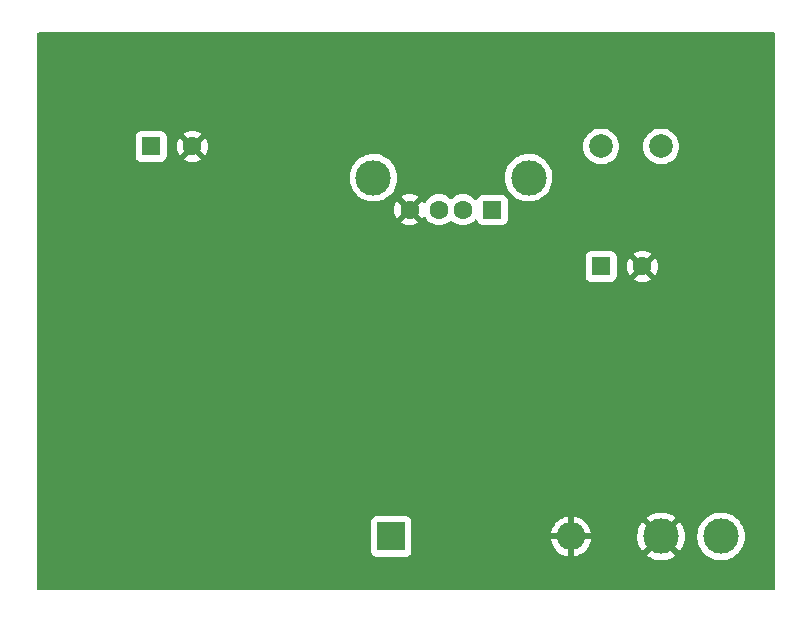
<source format=gbr>
%TF.GenerationSoftware,KiCad,Pcbnew,(6.0.4-0)*%
%TF.CreationDate,2022-06-08T11:17:20-07:00*%
%TF.ProjectId,DC_To_DC_Converter,44435f54-6f5f-4444-935f-436f6e766572,rev?*%
%TF.SameCoordinates,Original*%
%TF.FileFunction,Copper,L2,Bot*%
%TF.FilePolarity,Positive*%
%FSLAX46Y46*%
G04 Gerber Fmt 4.6, Leading zero omitted, Abs format (unit mm)*
G04 Created by KiCad (PCBNEW (6.0.4-0)) date 2022-06-08 11:17:20*
%MOMM*%
%LPD*%
G01*
G04 APERTURE LIST*
%TA.AperFunction,ComponentPad*%
%ADD10R,1.600000X1.600000*%
%TD*%
%TA.AperFunction,ComponentPad*%
%ADD11C,1.600000*%
%TD*%
%TA.AperFunction,ComponentPad*%
%ADD12C,2.000000*%
%TD*%
%TA.AperFunction,ComponentPad*%
%ADD13C,3.000000*%
%TD*%
%TA.AperFunction,ComponentPad*%
%ADD14R,2.400000X2.400000*%
%TD*%
%TA.AperFunction,ComponentPad*%
%ADD15O,2.400000X2.400000*%
%TD*%
%TA.AperFunction,ComponentPad*%
%ADD16R,1.600000X1.500000*%
%TD*%
G04 APERTURE END LIST*
D10*
%TO.P,C1,1*%
%TO.N,Net-(C1-Pad1)*%
X165100000Y-45720000D03*
D11*
%TO.P,C1,2*%
%TO.N,GND*%
X168600000Y-45720000D03*
%TD*%
D12*
%TO.P,FB1,1*%
%TO.N,Net-(FB1-Pad1)*%
X170180000Y-35560000D03*
%TO.P,FB1,2*%
%TO.N,Net-(C1-Pad1)*%
X165100000Y-35560000D03*
%TD*%
D13*
%TO.P,J1,1,Pin_1*%
%TO.N,Net-(FB1-Pad1)*%
X175260000Y-68580000D03*
%TO.P,J1,2,Pin_2*%
%TO.N,GND*%
X170180000Y-68580000D03*
%TD*%
D14*
%TO.P,D1,1,K*%
%TO.N,Net-(D1-Pad1)*%
X147320000Y-68580000D03*
D15*
%TO.P,D1,2,A*%
%TO.N,GND*%
X162560000Y-68580000D03*
%TD*%
D10*
%TO.P,C2,1*%
%TO.N,/5V*%
X127000000Y-35560000D03*
D11*
%TO.P,C2,2*%
%TO.N,GND*%
X130500000Y-35560000D03*
%TD*%
D16*
%TO.P,J2,1,VBUS*%
%TO.N,/5V*%
X155900000Y-40920000D03*
D11*
%TO.P,J2,2,D-*%
%TO.N,/2.75V*%
X153400000Y-40920000D03*
%TO.P,J2,3,D+*%
%TO.N,/2V*%
X151400000Y-40920000D03*
%TO.P,J2,4,GND*%
%TO.N,GND*%
X148900000Y-40920000D03*
D13*
%TO.P,J2,5,Shield*%
%TO.N,unconnected-(J2-Pad5)*%
X158970000Y-38210000D03*
X145830000Y-38210000D03*
%TD*%
%TA.AperFunction,Conductor*%
%TO.N,GND*%
G36*
X179773621Y-25928502D02*
G01*
X179820114Y-25982158D01*
X179831500Y-26034500D01*
X179831500Y-73025500D01*
X179811498Y-73093621D01*
X179757842Y-73140114D01*
X179705500Y-73151500D01*
X117474500Y-73151500D01*
X117406379Y-73131498D01*
X117359886Y-73077842D01*
X117348500Y-73025500D01*
X117348500Y-69828134D01*
X145611500Y-69828134D01*
X145618255Y-69890316D01*
X145669385Y-70026705D01*
X145756739Y-70143261D01*
X145873295Y-70230615D01*
X146009684Y-70281745D01*
X146071866Y-70288500D01*
X148568134Y-70288500D01*
X148630316Y-70281745D01*
X148766705Y-70230615D01*
X148883261Y-70143261D01*
X148970615Y-70026705D01*
X149021745Y-69890316D01*
X149028500Y-69828134D01*
X149028500Y-68853460D01*
X160872852Y-68853460D01*
X160908593Y-69033143D01*
X160911082Y-69042118D01*
X160993708Y-69272250D01*
X160997505Y-69280778D01*
X161113234Y-69496160D01*
X161118245Y-69504027D01*
X161264550Y-69699953D01*
X161270656Y-69706977D01*
X161444316Y-69879127D01*
X161451398Y-69885176D01*
X161648586Y-70029760D01*
X161656505Y-70034708D01*
X161872877Y-70148547D01*
X161881451Y-70152275D01*
X162112282Y-70232885D01*
X162121291Y-70235299D01*
X162288201Y-70266988D01*
X162301261Y-70265704D01*
X162305506Y-70252360D01*
X162814000Y-70252360D01*
X162818171Y-70266565D01*
X162830933Y-70268620D01*
X162867487Y-70264617D01*
X162876649Y-70262919D01*
X163113107Y-70200665D01*
X163121926Y-70197628D01*
X163187037Y-70169654D01*
X168955618Y-70169654D01*
X168962673Y-70179627D01*
X168993679Y-70205551D01*
X169000598Y-70210579D01*
X169225272Y-70351515D01*
X169232807Y-70355556D01*
X169474520Y-70464694D01*
X169482551Y-70467680D01*
X169736832Y-70543002D01*
X169745184Y-70544869D01*
X170007340Y-70584984D01*
X170015874Y-70585700D01*
X170281045Y-70589867D01*
X170289596Y-70589418D01*
X170552883Y-70557557D01*
X170561284Y-70555955D01*
X170817824Y-70488653D01*
X170825926Y-70485926D01*
X171070949Y-70384434D01*
X171078617Y-70380628D01*
X171307598Y-70246822D01*
X171314679Y-70242009D01*
X171394655Y-70179301D01*
X171403125Y-70167442D01*
X171396608Y-70155818D01*
X170192812Y-68952022D01*
X170178868Y-68944408D01*
X170177035Y-68944539D01*
X170170420Y-68948790D01*
X168962910Y-70156300D01*
X168955618Y-70169654D01*
X163187037Y-70169654D01*
X163346584Y-70101107D01*
X163354856Y-70096800D01*
X163562777Y-69968135D01*
X163570317Y-69962657D01*
X163756943Y-69804668D01*
X163763593Y-69798132D01*
X163924813Y-69614295D01*
X163930420Y-69606854D01*
X164062700Y-69401202D01*
X164067147Y-69393011D01*
X164167572Y-69170076D01*
X164170767Y-69161298D01*
X164237135Y-68925973D01*
X164238993Y-68916844D01*
X164247246Y-68851969D01*
X164244958Y-68837708D01*
X164231938Y-68834000D01*
X162832115Y-68834000D01*
X162816876Y-68838475D01*
X162815671Y-68839865D01*
X162814000Y-68847548D01*
X162814000Y-70252360D01*
X162305506Y-70252360D01*
X162306000Y-70250808D01*
X162306000Y-68852115D01*
X162301525Y-68836876D01*
X162300135Y-68835671D01*
X162292452Y-68834000D01*
X160887096Y-68834000D01*
X160874695Y-68837641D01*
X160872852Y-68853460D01*
X149028500Y-68853460D01*
X149028500Y-68563204D01*
X168167665Y-68563204D01*
X168182932Y-68827969D01*
X168184005Y-68836470D01*
X168235065Y-69096722D01*
X168237276Y-69104974D01*
X168323184Y-69355894D01*
X168326499Y-69363779D01*
X168445664Y-69600713D01*
X168450020Y-69608079D01*
X168579347Y-69796250D01*
X168589601Y-69804594D01*
X168603342Y-69797448D01*
X169807978Y-68592812D01*
X169814356Y-68581132D01*
X170544408Y-68581132D01*
X170544539Y-68582965D01*
X170548790Y-68589580D01*
X171755730Y-69796520D01*
X171767939Y-69803187D01*
X171779439Y-69794497D01*
X171876831Y-69661913D01*
X171881418Y-69654685D01*
X172007962Y-69421621D01*
X172011530Y-69413827D01*
X172105271Y-69165750D01*
X172107748Y-69157544D01*
X172166954Y-68899038D01*
X172168294Y-68890577D01*
X172192031Y-68624616D01*
X172192277Y-68619677D01*
X172192666Y-68582485D01*
X172192523Y-68577519D01*
X172191255Y-68558918D01*
X173246917Y-68558918D01*
X173262682Y-68832320D01*
X173263507Y-68836525D01*
X173263508Y-68836533D01*
X173284698Y-68944539D01*
X173315405Y-69101053D01*
X173316792Y-69105103D01*
X173316793Y-69105108D01*
X173337605Y-69165895D01*
X173404112Y-69360144D01*
X173527160Y-69604799D01*
X173529586Y-69608328D01*
X173529589Y-69608334D01*
X173658741Y-69796250D01*
X173682274Y-69830490D01*
X173866582Y-70033043D01*
X174076675Y-70208707D01*
X174080316Y-70210991D01*
X174305024Y-70351951D01*
X174305028Y-70351953D01*
X174308664Y-70354234D01*
X174376544Y-70384883D01*
X174554345Y-70465164D01*
X174554349Y-70465166D01*
X174558257Y-70466930D01*
X174562377Y-70468150D01*
X174562376Y-70468150D01*
X174816723Y-70543491D01*
X174816727Y-70543492D01*
X174820836Y-70544709D01*
X174825070Y-70545357D01*
X174825075Y-70545358D01*
X175087298Y-70585483D01*
X175087300Y-70585483D01*
X175091540Y-70586132D01*
X175230912Y-70588322D01*
X175361071Y-70590367D01*
X175361077Y-70590367D01*
X175365362Y-70590434D01*
X175637235Y-70557534D01*
X175902127Y-70488041D01*
X175906087Y-70486401D01*
X175906092Y-70486399D01*
X176028631Y-70435641D01*
X176155136Y-70383241D01*
X176327366Y-70282598D01*
X176387879Y-70247237D01*
X176387880Y-70247236D01*
X176391582Y-70245073D01*
X176607089Y-70076094D01*
X176648809Y-70033043D01*
X176731059Y-69948167D01*
X176797669Y-69879431D01*
X176800202Y-69875983D01*
X176800206Y-69875978D01*
X176957257Y-69662178D01*
X176959795Y-69658723D01*
X176961841Y-69654955D01*
X177088418Y-69421830D01*
X177088419Y-69421828D01*
X177090468Y-69418054D01*
X177187269Y-69161877D01*
X177248407Y-68894933D01*
X177252109Y-68853460D01*
X177272531Y-68624627D01*
X177272532Y-68624616D01*
X177272751Y-68622161D01*
X177273193Y-68580000D01*
X177271465Y-68554648D01*
X177254859Y-68311055D01*
X177254858Y-68311049D01*
X177254567Y-68306778D01*
X177199032Y-68038612D01*
X177107617Y-67780465D01*
X176982013Y-67537112D01*
X176972040Y-67522921D01*
X176903279Y-67425084D01*
X176824545Y-67313057D01*
X176657500Y-67133295D01*
X176641046Y-67115588D01*
X176641043Y-67115585D01*
X176638125Y-67112445D01*
X176634810Y-67109731D01*
X176634806Y-67109728D01*
X176429523Y-66941706D01*
X176426205Y-66938990D01*
X176192704Y-66795901D01*
X176188768Y-66794173D01*
X175945873Y-66687549D01*
X175945869Y-66687548D01*
X175941945Y-66685825D01*
X175678566Y-66610800D01*
X175674324Y-66610196D01*
X175674318Y-66610195D01*
X175473834Y-66581662D01*
X175407443Y-66572213D01*
X175263589Y-66571460D01*
X175137877Y-66570802D01*
X175137871Y-66570802D01*
X175133591Y-66570780D01*
X175129347Y-66571339D01*
X175129343Y-66571339D01*
X175010302Y-66587011D01*
X174862078Y-66606525D01*
X174857938Y-66607658D01*
X174857936Y-66607658D01*
X174785008Y-66627609D01*
X174597928Y-66678788D01*
X174593980Y-66680472D01*
X174349982Y-66784546D01*
X174349978Y-66784548D01*
X174346030Y-66786232D01*
X174326125Y-66798145D01*
X174114725Y-66924664D01*
X174114721Y-66924667D01*
X174111043Y-66926868D01*
X173897318Y-67098094D01*
X173708808Y-67296742D01*
X173549002Y-67519136D01*
X173420857Y-67761161D01*
X173419385Y-67765184D01*
X173419383Y-67765188D01*
X173412314Y-67784506D01*
X173326743Y-68018337D01*
X173268404Y-68285907D01*
X173246917Y-68558918D01*
X172191255Y-68558918D01*
X172174362Y-68311123D01*
X172173201Y-68302649D01*
X172119419Y-68042944D01*
X172117120Y-68034709D01*
X172028588Y-67784705D01*
X172025191Y-67776854D01*
X171903550Y-67541178D01*
X171899122Y-67533866D01*
X171780031Y-67364417D01*
X171769509Y-67356037D01*
X171756121Y-67363089D01*
X170552022Y-68567188D01*
X170544408Y-68581132D01*
X169814356Y-68581132D01*
X169815592Y-68578868D01*
X169815461Y-68577035D01*
X169811210Y-68570420D01*
X168603814Y-67363024D01*
X168591804Y-67356466D01*
X168580064Y-67365434D01*
X168471935Y-67515911D01*
X168467418Y-67523196D01*
X168343325Y-67757567D01*
X168339839Y-67765395D01*
X168248700Y-68014446D01*
X168246311Y-68022670D01*
X168189812Y-68281795D01*
X168188563Y-68290250D01*
X168167754Y-68554653D01*
X168167665Y-68563204D01*
X149028500Y-68563204D01*
X149028500Y-68307976D01*
X160870675Y-68307976D01*
X160873435Y-68322703D01*
X160885614Y-68326000D01*
X162287885Y-68326000D01*
X162303124Y-68321525D01*
X162304329Y-68320135D01*
X162306000Y-68312452D01*
X162306000Y-68307885D01*
X162814000Y-68307885D01*
X162818475Y-68323124D01*
X162819865Y-68324329D01*
X162827548Y-68326000D01*
X164235671Y-68326000D01*
X164249202Y-68322027D01*
X164250634Y-68312068D01*
X164198979Y-68083786D01*
X164196255Y-68074875D01*
X164107633Y-67846983D01*
X164103619Y-67838567D01*
X163982286Y-67626281D01*
X163977070Y-67618548D01*
X163825692Y-67426525D01*
X163819399Y-67419657D01*
X163641294Y-67252112D01*
X163634060Y-67246254D01*
X163433141Y-67106872D01*
X163425115Y-67102144D01*
X163205810Y-66993995D01*
X163202110Y-66992500D01*
X168956584Y-66992500D01*
X168962980Y-67003770D01*
X170167188Y-68207978D01*
X170181132Y-68215592D01*
X170182965Y-68215461D01*
X170189580Y-68211210D01*
X171396604Y-67004186D01*
X171403795Y-66991017D01*
X171396473Y-66980780D01*
X171349233Y-66942115D01*
X171342261Y-66937160D01*
X171116122Y-66798582D01*
X171108552Y-66794624D01*
X170865704Y-66688022D01*
X170857644Y-66685120D01*
X170602592Y-66612467D01*
X170594214Y-66610685D01*
X170331656Y-66573318D01*
X170323111Y-66572691D01*
X170057908Y-66571302D01*
X170049374Y-66571839D01*
X169786433Y-66606456D01*
X169778035Y-66608149D01*
X169522238Y-66678127D01*
X169514143Y-66680946D01*
X169270199Y-66784997D01*
X169262577Y-66788881D01*
X169035013Y-66925075D01*
X169027981Y-66929962D01*
X168965053Y-66980377D01*
X168956584Y-66992500D01*
X163202110Y-66992500D01*
X163197177Y-66990507D01*
X162964288Y-66915958D01*
X162955238Y-66913785D01*
X162831880Y-66893696D01*
X162818286Y-66895393D01*
X162814000Y-66909500D01*
X162814000Y-68307885D01*
X162306000Y-68307885D01*
X162306000Y-66908859D01*
X162301982Y-66895175D01*
X162288290Y-66893154D01*
X162208521Y-66904010D01*
X162199403Y-66905948D01*
X161964668Y-66974367D01*
X161955915Y-66977639D01*
X161733869Y-67080004D01*
X161725714Y-67084524D01*
X161521233Y-67218587D01*
X161513828Y-67224270D01*
X161331413Y-67387082D01*
X161324935Y-67393790D01*
X161168584Y-67581781D01*
X161163163Y-67589381D01*
X161036322Y-67798409D01*
X161032084Y-67806726D01*
X160937529Y-68032214D01*
X160934572Y-68041052D01*
X160874382Y-68278048D01*
X160872764Y-68287228D01*
X160870675Y-68307976D01*
X149028500Y-68307976D01*
X149028500Y-67331866D01*
X149021745Y-67269684D01*
X148970615Y-67133295D01*
X148883261Y-67016739D01*
X148766705Y-66929385D01*
X148630316Y-66878255D01*
X148568134Y-66871500D01*
X146071866Y-66871500D01*
X146009684Y-66878255D01*
X145873295Y-66929385D01*
X145756739Y-67016739D01*
X145669385Y-67133295D01*
X145618255Y-67269684D01*
X145611500Y-67331866D01*
X145611500Y-69828134D01*
X117348500Y-69828134D01*
X117348500Y-46568134D01*
X163791500Y-46568134D01*
X163798255Y-46630316D01*
X163849385Y-46766705D01*
X163936739Y-46883261D01*
X164053295Y-46970615D01*
X164189684Y-47021745D01*
X164251866Y-47028500D01*
X165948134Y-47028500D01*
X166010316Y-47021745D01*
X166146705Y-46970615D01*
X166263261Y-46883261D01*
X166321119Y-46806062D01*
X167878493Y-46806062D01*
X167887789Y-46818077D01*
X167938994Y-46853931D01*
X167948489Y-46859414D01*
X168145947Y-46951490D01*
X168156239Y-46955236D01*
X168366688Y-47011625D01*
X168377481Y-47013528D01*
X168594525Y-47032517D01*
X168605475Y-47032517D01*
X168822519Y-47013528D01*
X168833312Y-47011625D01*
X169043761Y-46955236D01*
X169054053Y-46951490D01*
X169251511Y-46859414D01*
X169261006Y-46853931D01*
X169313048Y-46817491D01*
X169321424Y-46807012D01*
X169314356Y-46793566D01*
X168612812Y-46092022D01*
X168598868Y-46084408D01*
X168597035Y-46084539D01*
X168590420Y-46088790D01*
X167884923Y-46794287D01*
X167878493Y-46806062D01*
X166321119Y-46806062D01*
X166350615Y-46766705D01*
X166401745Y-46630316D01*
X166408500Y-46568134D01*
X166408500Y-45725475D01*
X167287483Y-45725475D01*
X167306472Y-45942519D01*
X167308375Y-45953312D01*
X167364764Y-46163761D01*
X167368510Y-46174053D01*
X167460586Y-46371511D01*
X167466069Y-46381006D01*
X167502509Y-46433048D01*
X167512988Y-46441424D01*
X167526434Y-46434356D01*
X168227978Y-45732812D01*
X168234356Y-45721132D01*
X168964408Y-45721132D01*
X168964539Y-45722965D01*
X168968790Y-45729580D01*
X169674287Y-46435077D01*
X169686062Y-46441507D01*
X169698077Y-46432211D01*
X169733931Y-46381006D01*
X169739414Y-46371511D01*
X169831490Y-46174053D01*
X169835236Y-46163761D01*
X169891625Y-45953312D01*
X169893528Y-45942519D01*
X169912517Y-45725475D01*
X169912517Y-45714525D01*
X169893528Y-45497481D01*
X169891625Y-45486688D01*
X169835236Y-45276239D01*
X169831490Y-45265947D01*
X169739414Y-45068489D01*
X169733931Y-45058994D01*
X169697491Y-45006952D01*
X169687012Y-44998576D01*
X169673566Y-45005644D01*
X168972022Y-45707188D01*
X168964408Y-45721132D01*
X168234356Y-45721132D01*
X168235592Y-45718868D01*
X168235461Y-45717035D01*
X168231210Y-45710420D01*
X167525713Y-45004923D01*
X167513938Y-44998493D01*
X167501923Y-45007789D01*
X167466069Y-45058994D01*
X167460586Y-45068489D01*
X167368510Y-45265947D01*
X167364764Y-45276239D01*
X167308375Y-45486688D01*
X167306472Y-45497481D01*
X167287483Y-45714525D01*
X167287483Y-45725475D01*
X166408500Y-45725475D01*
X166408500Y-44871866D01*
X166401745Y-44809684D01*
X166350615Y-44673295D01*
X166320407Y-44632988D01*
X167878576Y-44632988D01*
X167885644Y-44646434D01*
X168587188Y-45347978D01*
X168601132Y-45355592D01*
X168602965Y-45355461D01*
X168609580Y-45351210D01*
X169315077Y-44645713D01*
X169321507Y-44633938D01*
X169312211Y-44621923D01*
X169261006Y-44586069D01*
X169251511Y-44580586D01*
X169054053Y-44488510D01*
X169043761Y-44484764D01*
X168833312Y-44428375D01*
X168822519Y-44426472D01*
X168605475Y-44407483D01*
X168594525Y-44407483D01*
X168377481Y-44426472D01*
X168366688Y-44428375D01*
X168156239Y-44484764D01*
X168145947Y-44488510D01*
X167948489Y-44580586D01*
X167938994Y-44586069D01*
X167886952Y-44622509D01*
X167878576Y-44632988D01*
X166320407Y-44632988D01*
X166263261Y-44556739D01*
X166146705Y-44469385D01*
X166010316Y-44418255D01*
X165948134Y-44411500D01*
X164251866Y-44411500D01*
X164189684Y-44418255D01*
X164053295Y-44469385D01*
X163936739Y-44556739D01*
X163849385Y-44673295D01*
X163798255Y-44809684D01*
X163791500Y-44871866D01*
X163791500Y-46568134D01*
X117348500Y-46568134D01*
X117348500Y-42006062D01*
X148178493Y-42006062D01*
X148187789Y-42018077D01*
X148238994Y-42053931D01*
X148248489Y-42059414D01*
X148445947Y-42151490D01*
X148456239Y-42155236D01*
X148666688Y-42211625D01*
X148677481Y-42213528D01*
X148894525Y-42232517D01*
X148905475Y-42232517D01*
X149122519Y-42213528D01*
X149133312Y-42211625D01*
X149343761Y-42155236D01*
X149354053Y-42151490D01*
X149551511Y-42059414D01*
X149561006Y-42053931D01*
X149613048Y-42017491D01*
X149621424Y-42007012D01*
X149614356Y-41993566D01*
X148912812Y-41292022D01*
X148898868Y-41284408D01*
X148897035Y-41284539D01*
X148890420Y-41288790D01*
X148184923Y-41994287D01*
X148178493Y-42006062D01*
X117348500Y-42006062D01*
X117348500Y-40925475D01*
X147587483Y-40925475D01*
X147606472Y-41142519D01*
X147608375Y-41153312D01*
X147664764Y-41363761D01*
X147668510Y-41374053D01*
X147760586Y-41571511D01*
X147766069Y-41581006D01*
X147802509Y-41633048D01*
X147812988Y-41641424D01*
X147826434Y-41634356D01*
X148527978Y-40932812D01*
X148534356Y-40921132D01*
X149264408Y-40921132D01*
X149264539Y-40922965D01*
X149268790Y-40929580D01*
X149974287Y-41635077D01*
X149986062Y-41641507D01*
X149998077Y-41632211D01*
X150033934Y-41581002D01*
X150040591Y-41569472D01*
X150091973Y-41520479D01*
X150161687Y-41507042D01*
X150227598Y-41533429D01*
X150258829Y-41569472D01*
X150260153Y-41571765D01*
X150262477Y-41576749D01*
X150265631Y-41581253D01*
X150359084Y-41714717D01*
X150393802Y-41764300D01*
X150555700Y-41926198D01*
X150560208Y-41929355D01*
X150560211Y-41929357D01*
X150638389Y-41984098D01*
X150743251Y-42057523D01*
X150748233Y-42059846D01*
X150748238Y-42059849D01*
X150944765Y-42151490D01*
X150950757Y-42154284D01*
X150956065Y-42155706D01*
X150956067Y-42155707D01*
X151166598Y-42212119D01*
X151166600Y-42212119D01*
X151171913Y-42213543D01*
X151400000Y-42233498D01*
X151628087Y-42213543D01*
X151633400Y-42212119D01*
X151633402Y-42212119D01*
X151843933Y-42155707D01*
X151843935Y-42155706D01*
X151849243Y-42154284D01*
X151855235Y-42151490D01*
X152051762Y-42059849D01*
X152051767Y-42059846D01*
X152056749Y-42057523D01*
X152161611Y-41984098D01*
X152239789Y-41929357D01*
X152239792Y-41929355D01*
X152244300Y-41926198D01*
X152310905Y-41859593D01*
X152373217Y-41825567D01*
X152444032Y-41830632D01*
X152489095Y-41859593D01*
X152555700Y-41926198D01*
X152560208Y-41929355D01*
X152560211Y-41929357D01*
X152638389Y-41984098D01*
X152743251Y-42057523D01*
X152748233Y-42059846D01*
X152748238Y-42059849D01*
X152944765Y-42151490D01*
X152950757Y-42154284D01*
X152956065Y-42155706D01*
X152956067Y-42155707D01*
X153166598Y-42212119D01*
X153166600Y-42212119D01*
X153171913Y-42213543D01*
X153400000Y-42233498D01*
X153628087Y-42213543D01*
X153633400Y-42212119D01*
X153633402Y-42212119D01*
X153843933Y-42155707D01*
X153843935Y-42155706D01*
X153849243Y-42154284D01*
X153855235Y-42151490D01*
X154051762Y-42059849D01*
X154051767Y-42059846D01*
X154056749Y-42057523D01*
X154161611Y-41984098D01*
X154239789Y-41929357D01*
X154239792Y-41929355D01*
X154244300Y-41926198D01*
X154403140Y-41767358D01*
X154465452Y-41733332D01*
X154536267Y-41738397D01*
X154593103Y-41780944D01*
X154610216Y-41812223D01*
X154649385Y-41916705D01*
X154736739Y-42033261D01*
X154853295Y-42120615D01*
X154989684Y-42171745D01*
X155051866Y-42178500D01*
X156748134Y-42178500D01*
X156810316Y-42171745D01*
X156946705Y-42120615D01*
X157063261Y-42033261D01*
X157150615Y-41916705D01*
X157201745Y-41780316D01*
X157208500Y-41718134D01*
X157208500Y-40121866D01*
X157208085Y-40118041D01*
X157207815Y-40115560D01*
X157201745Y-40059684D01*
X157150615Y-39923295D01*
X157063261Y-39806739D01*
X156946705Y-39719385D01*
X156810316Y-39668255D01*
X156748134Y-39661500D01*
X155051866Y-39661500D01*
X154989684Y-39668255D01*
X154853295Y-39719385D01*
X154736739Y-39806739D01*
X154649385Y-39923295D01*
X154646233Y-39931703D01*
X154646232Y-39931705D01*
X154610217Y-40027776D01*
X154567576Y-40084541D01*
X154501015Y-40109241D01*
X154431666Y-40094034D01*
X154403140Y-40072642D01*
X154244300Y-39913802D01*
X154239792Y-39910645D01*
X154239789Y-39910643D01*
X154140315Y-39840991D01*
X154056749Y-39782477D01*
X154051767Y-39780154D01*
X154051762Y-39780151D01*
X153854225Y-39688039D01*
X153854224Y-39688039D01*
X153849243Y-39685716D01*
X153843935Y-39684294D01*
X153843933Y-39684293D01*
X153633402Y-39627881D01*
X153633400Y-39627881D01*
X153628087Y-39626457D01*
X153400000Y-39606502D01*
X153171913Y-39626457D01*
X153166600Y-39627881D01*
X153166598Y-39627881D01*
X152956067Y-39684293D01*
X152956065Y-39684294D01*
X152950757Y-39685716D01*
X152945776Y-39688039D01*
X152945775Y-39688039D01*
X152748238Y-39780151D01*
X152748233Y-39780154D01*
X152743251Y-39782477D01*
X152659685Y-39840991D01*
X152560211Y-39910643D01*
X152560208Y-39910645D01*
X152555700Y-39913802D01*
X152489095Y-39980407D01*
X152426783Y-40014433D01*
X152355968Y-40009368D01*
X152310905Y-39980407D01*
X152244300Y-39913802D01*
X152239792Y-39910645D01*
X152239789Y-39910643D01*
X152140315Y-39840991D01*
X152056749Y-39782477D01*
X152051767Y-39780154D01*
X152051762Y-39780151D01*
X151854225Y-39688039D01*
X151854224Y-39688039D01*
X151849243Y-39685716D01*
X151843935Y-39684294D01*
X151843933Y-39684293D01*
X151633402Y-39627881D01*
X151633400Y-39627881D01*
X151628087Y-39626457D01*
X151400000Y-39606502D01*
X151171913Y-39626457D01*
X151166600Y-39627881D01*
X151166598Y-39627881D01*
X150956067Y-39684293D01*
X150956065Y-39684294D01*
X150950757Y-39685716D01*
X150945776Y-39688039D01*
X150945775Y-39688039D01*
X150748238Y-39780151D01*
X150748233Y-39780154D01*
X150743251Y-39782477D01*
X150659685Y-39840991D01*
X150560211Y-39910643D01*
X150560208Y-39910645D01*
X150555700Y-39913802D01*
X150393802Y-40075700D01*
X150390645Y-40080208D01*
X150390643Y-40080211D01*
X150318056Y-40183876D01*
X150262477Y-40263251D01*
X150260153Y-40268235D01*
X150258829Y-40270528D01*
X150207447Y-40319521D01*
X150137733Y-40332957D01*
X150071822Y-40306571D01*
X150040591Y-40270528D01*
X150033934Y-40258998D01*
X149997491Y-40206952D01*
X149987012Y-40198576D01*
X149973566Y-40205644D01*
X149272022Y-40907188D01*
X149264408Y-40921132D01*
X148534356Y-40921132D01*
X148535592Y-40918868D01*
X148535461Y-40917035D01*
X148531210Y-40910420D01*
X147825713Y-40204923D01*
X147813938Y-40198493D01*
X147801923Y-40207789D01*
X147766069Y-40258994D01*
X147760586Y-40268489D01*
X147668510Y-40465947D01*
X147664764Y-40476239D01*
X147608375Y-40686688D01*
X147606472Y-40697481D01*
X147587483Y-40914525D01*
X147587483Y-40925475D01*
X117348500Y-40925475D01*
X117348500Y-38188918D01*
X143816917Y-38188918D01*
X143832682Y-38462320D01*
X143833507Y-38466525D01*
X143833508Y-38466533D01*
X143844127Y-38520657D01*
X143885405Y-38731053D01*
X143886792Y-38735103D01*
X143886793Y-38735108D01*
X143907605Y-38795895D01*
X143974112Y-38990144D01*
X144097160Y-39234799D01*
X144099586Y-39238328D01*
X144099589Y-39238334D01*
X144249843Y-39456953D01*
X144252274Y-39460490D01*
X144255161Y-39463663D01*
X144255162Y-39463664D01*
X144402856Y-39625978D01*
X144436582Y-39663043D01*
X144439877Y-39665798D01*
X144439878Y-39665799D01*
X144446133Y-39671029D01*
X144646675Y-39838707D01*
X144650316Y-39840991D01*
X144875024Y-39981951D01*
X144875028Y-39981953D01*
X144878664Y-39984234D01*
X145003461Y-40040582D01*
X145124345Y-40095164D01*
X145124349Y-40095166D01*
X145128257Y-40096930D01*
X145191393Y-40115632D01*
X145386723Y-40173491D01*
X145386727Y-40173492D01*
X145390836Y-40174709D01*
X145395070Y-40175357D01*
X145395075Y-40175358D01*
X145657298Y-40215483D01*
X145657300Y-40215483D01*
X145661540Y-40216132D01*
X145800912Y-40218322D01*
X145931071Y-40220367D01*
X145931077Y-40220367D01*
X145935362Y-40220434D01*
X146207235Y-40187534D01*
X146472127Y-40118041D01*
X146476087Y-40116401D01*
X146476092Y-40116399D01*
X146613013Y-40059684D01*
X146725136Y-40013241D01*
X146961582Y-39875073D01*
X147015255Y-39832988D01*
X148178576Y-39832988D01*
X148185644Y-39846434D01*
X148887188Y-40547978D01*
X148901132Y-40555592D01*
X148902965Y-40555461D01*
X148909580Y-40551210D01*
X149615077Y-39845713D01*
X149621507Y-39833938D01*
X149612211Y-39821923D01*
X149561006Y-39786069D01*
X149551511Y-39780586D01*
X149354053Y-39688510D01*
X149343761Y-39684764D01*
X149133312Y-39628375D01*
X149122519Y-39626472D01*
X148905475Y-39607483D01*
X148894525Y-39607483D01*
X148677481Y-39626472D01*
X148666688Y-39628375D01*
X148456239Y-39684764D01*
X148445947Y-39688510D01*
X148248489Y-39780586D01*
X148238994Y-39786069D01*
X148186952Y-39822509D01*
X148178576Y-39832988D01*
X147015255Y-39832988D01*
X147177089Y-39706094D01*
X147197760Y-39684764D01*
X147364686Y-39512509D01*
X147367669Y-39509431D01*
X147370202Y-39505983D01*
X147370206Y-39505978D01*
X147527257Y-39292178D01*
X147529795Y-39288723D01*
X147557154Y-39238334D01*
X147658418Y-39051830D01*
X147658419Y-39051828D01*
X147660468Y-39048054D01*
X147757269Y-38791877D01*
X147818407Y-38524933D01*
X147842751Y-38252161D01*
X147843193Y-38210000D01*
X147841756Y-38188918D01*
X156956917Y-38188918D01*
X156972682Y-38462320D01*
X156973507Y-38466525D01*
X156973508Y-38466533D01*
X156984127Y-38520657D01*
X157025405Y-38731053D01*
X157026792Y-38735103D01*
X157026793Y-38735108D01*
X157047605Y-38795895D01*
X157114112Y-38990144D01*
X157237160Y-39234799D01*
X157239586Y-39238328D01*
X157239589Y-39238334D01*
X157389843Y-39456953D01*
X157392274Y-39460490D01*
X157395161Y-39463663D01*
X157395162Y-39463664D01*
X157542856Y-39625978D01*
X157576582Y-39663043D01*
X157579877Y-39665798D01*
X157579878Y-39665799D01*
X157586133Y-39671029D01*
X157786675Y-39838707D01*
X157790316Y-39840991D01*
X158015024Y-39981951D01*
X158015028Y-39981953D01*
X158018664Y-39984234D01*
X158143461Y-40040582D01*
X158264345Y-40095164D01*
X158264349Y-40095166D01*
X158268257Y-40096930D01*
X158331393Y-40115632D01*
X158526723Y-40173491D01*
X158526727Y-40173492D01*
X158530836Y-40174709D01*
X158535070Y-40175357D01*
X158535075Y-40175358D01*
X158797298Y-40215483D01*
X158797300Y-40215483D01*
X158801540Y-40216132D01*
X158940912Y-40218322D01*
X159071071Y-40220367D01*
X159071077Y-40220367D01*
X159075362Y-40220434D01*
X159347235Y-40187534D01*
X159612127Y-40118041D01*
X159616087Y-40116401D01*
X159616092Y-40116399D01*
X159753013Y-40059684D01*
X159865136Y-40013241D01*
X160101582Y-39875073D01*
X160317089Y-39706094D01*
X160337760Y-39684764D01*
X160504686Y-39512509D01*
X160507669Y-39509431D01*
X160510202Y-39505983D01*
X160510206Y-39505978D01*
X160667257Y-39292178D01*
X160669795Y-39288723D01*
X160697154Y-39238334D01*
X160798418Y-39051830D01*
X160798419Y-39051828D01*
X160800468Y-39048054D01*
X160897269Y-38791877D01*
X160958407Y-38524933D01*
X160982751Y-38252161D01*
X160983193Y-38210000D01*
X160964567Y-37936778D01*
X160909032Y-37668612D01*
X160817617Y-37410465D01*
X160692013Y-37167112D01*
X160682040Y-37152921D01*
X160537008Y-36946562D01*
X160534545Y-36943057D01*
X160449581Y-36851625D01*
X160351046Y-36745588D01*
X160351043Y-36745585D01*
X160348125Y-36742445D01*
X160344810Y-36739731D01*
X160344806Y-36739728D01*
X160191063Y-36613891D01*
X160136205Y-36568990D01*
X159902704Y-36425901D01*
X159898768Y-36424173D01*
X159655873Y-36317549D01*
X159655869Y-36317548D01*
X159651945Y-36315825D01*
X159388566Y-36240800D01*
X159384324Y-36240196D01*
X159384318Y-36240195D01*
X159182773Y-36211511D01*
X159117443Y-36202213D01*
X158973589Y-36201460D01*
X158847877Y-36200802D01*
X158847871Y-36200802D01*
X158843591Y-36200780D01*
X158839347Y-36201339D01*
X158839343Y-36201339D01*
X158720302Y-36217011D01*
X158572078Y-36236525D01*
X158567938Y-36237658D01*
X158567936Y-36237658D01*
X158533923Y-36246963D01*
X158307928Y-36308788D01*
X158303980Y-36310472D01*
X158059982Y-36414546D01*
X158059978Y-36414548D01*
X158056030Y-36416232D01*
X157978788Y-36462460D01*
X157824725Y-36554664D01*
X157824721Y-36554667D01*
X157821043Y-36556868D01*
X157607318Y-36728094D01*
X157526017Y-36813767D01*
X157436366Y-36908240D01*
X157418808Y-36926742D01*
X157259002Y-37149136D01*
X157130857Y-37391161D01*
X157129385Y-37395184D01*
X157129383Y-37395188D01*
X157122314Y-37414506D01*
X157036743Y-37648337D01*
X156978404Y-37915907D01*
X156956917Y-38188918D01*
X147841756Y-38188918D01*
X147824567Y-37936778D01*
X147769032Y-37668612D01*
X147677617Y-37410465D01*
X147552013Y-37167112D01*
X147542040Y-37152921D01*
X147397008Y-36946562D01*
X147394545Y-36943057D01*
X147309581Y-36851625D01*
X147211046Y-36745588D01*
X147211043Y-36745585D01*
X147208125Y-36742445D01*
X147204810Y-36739731D01*
X147204806Y-36739728D01*
X147051063Y-36613891D01*
X146996205Y-36568990D01*
X146762704Y-36425901D01*
X146758768Y-36424173D01*
X146515873Y-36317549D01*
X146515869Y-36317548D01*
X146511945Y-36315825D01*
X146248566Y-36240800D01*
X146244324Y-36240196D01*
X146244318Y-36240195D01*
X146042773Y-36211511D01*
X145977443Y-36202213D01*
X145833589Y-36201460D01*
X145707877Y-36200802D01*
X145707871Y-36200802D01*
X145703591Y-36200780D01*
X145699347Y-36201339D01*
X145699343Y-36201339D01*
X145580302Y-36217011D01*
X145432078Y-36236525D01*
X145427938Y-36237658D01*
X145427936Y-36237658D01*
X145393923Y-36246963D01*
X145167928Y-36308788D01*
X145163980Y-36310472D01*
X144919982Y-36414546D01*
X144919978Y-36414548D01*
X144916030Y-36416232D01*
X144838788Y-36462460D01*
X144684725Y-36554664D01*
X144684721Y-36554667D01*
X144681043Y-36556868D01*
X144467318Y-36728094D01*
X144386017Y-36813767D01*
X144296366Y-36908240D01*
X144278808Y-36926742D01*
X144119002Y-37149136D01*
X143990857Y-37391161D01*
X143989385Y-37395184D01*
X143989383Y-37395188D01*
X143982314Y-37414506D01*
X143896743Y-37648337D01*
X143838404Y-37915907D01*
X143816917Y-38188918D01*
X117348500Y-38188918D01*
X117348500Y-36408134D01*
X125691500Y-36408134D01*
X125698255Y-36470316D01*
X125749385Y-36606705D01*
X125836739Y-36723261D01*
X125953295Y-36810615D01*
X126089684Y-36861745D01*
X126151866Y-36868500D01*
X127848134Y-36868500D01*
X127910316Y-36861745D01*
X128046705Y-36810615D01*
X128163261Y-36723261D01*
X128221119Y-36646062D01*
X129778493Y-36646062D01*
X129787789Y-36658077D01*
X129838994Y-36693931D01*
X129848489Y-36699414D01*
X130045947Y-36791490D01*
X130056239Y-36795236D01*
X130266688Y-36851625D01*
X130277481Y-36853528D01*
X130494525Y-36872517D01*
X130505475Y-36872517D01*
X130722519Y-36853528D01*
X130733312Y-36851625D01*
X130943761Y-36795236D01*
X130954053Y-36791490D01*
X131151511Y-36699414D01*
X131161006Y-36693931D01*
X131213048Y-36657491D01*
X131221424Y-36647012D01*
X131214356Y-36633566D01*
X130512812Y-35932022D01*
X130498868Y-35924408D01*
X130497035Y-35924539D01*
X130490420Y-35928790D01*
X129784923Y-36634287D01*
X129778493Y-36646062D01*
X128221119Y-36646062D01*
X128250615Y-36606705D01*
X128301745Y-36470316D01*
X128308500Y-36408134D01*
X128308500Y-35565475D01*
X129187483Y-35565475D01*
X129206472Y-35782519D01*
X129208375Y-35793312D01*
X129264764Y-36003761D01*
X129268510Y-36014053D01*
X129360586Y-36211511D01*
X129366069Y-36221006D01*
X129402509Y-36273048D01*
X129412988Y-36281424D01*
X129426434Y-36274356D01*
X130127978Y-35572812D01*
X130134356Y-35561132D01*
X130864408Y-35561132D01*
X130864539Y-35562965D01*
X130868790Y-35569580D01*
X131574287Y-36275077D01*
X131586062Y-36281507D01*
X131598077Y-36272211D01*
X131633931Y-36221006D01*
X131639414Y-36211511D01*
X131731490Y-36014053D01*
X131735236Y-36003761D01*
X131791625Y-35793312D01*
X131793528Y-35782519D01*
X131812517Y-35565475D01*
X131812517Y-35560000D01*
X163586835Y-35560000D01*
X163605465Y-35796711D01*
X163660895Y-36027594D01*
X163662788Y-36032165D01*
X163662789Y-36032167D01*
X163749695Y-36241977D01*
X163751760Y-36246963D01*
X163754346Y-36251183D01*
X163873241Y-36445202D01*
X163873245Y-36445208D01*
X163875824Y-36449416D01*
X164030031Y-36629969D01*
X164033787Y-36633177D01*
X164035087Y-36634287D01*
X164210584Y-36784176D01*
X164214792Y-36786755D01*
X164214798Y-36786759D01*
X164408817Y-36905654D01*
X164413037Y-36908240D01*
X164417607Y-36910133D01*
X164417611Y-36910135D01*
X164627833Y-36997211D01*
X164632406Y-36999105D01*
X164712609Y-37018360D01*
X164858476Y-37053380D01*
X164858482Y-37053381D01*
X164863289Y-37054535D01*
X165100000Y-37073165D01*
X165336711Y-37054535D01*
X165341518Y-37053381D01*
X165341524Y-37053380D01*
X165487391Y-37018360D01*
X165567594Y-36999105D01*
X165572167Y-36997211D01*
X165782389Y-36910135D01*
X165782393Y-36910133D01*
X165786963Y-36908240D01*
X165791183Y-36905654D01*
X165985202Y-36786759D01*
X165985208Y-36786755D01*
X165989416Y-36784176D01*
X166164913Y-36634287D01*
X166166213Y-36633177D01*
X166169969Y-36629969D01*
X166324176Y-36449416D01*
X166326755Y-36445208D01*
X166326759Y-36445202D01*
X166445654Y-36251183D01*
X166448240Y-36246963D01*
X166450306Y-36241977D01*
X166537211Y-36032167D01*
X166537212Y-36032165D01*
X166539105Y-36027594D01*
X166594535Y-35796711D01*
X166613165Y-35560000D01*
X168666835Y-35560000D01*
X168685465Y-35796711D01*
X168740895Y-36027594D01*
X168742788Y-36032165D01*
X168742789Y-36032167D01*
X168829695Y-36241977D01*
X168831760Y-36246963D01*
X168834346Y-36251183D01*
X168953241Y-36445202D01*
X168953245Y-36445208D01*
X168955824Y-36449416D01*
X169110031Y-36629969D01*
X169113787Y-36633177D01*
X169115087Y-36634287D01*
X169290584Y-36784176D01*
X169294792Y-36786755D01*
X169294798Y-36786759D01*
X169488817Y-36905654D01*
X169493037Y-36908240D01*
X169497607Y-36910133D01*
X169497611Y-36910135D01*
X169707833Y-36997211D01*
X169712406Y-36999105D01*
X169792609Y-37018360D01*
X169938476Y-37053380D01*
X169938482Y-37053381D01*
X169943289Y-37054535D01*
X170180000Y-37073165D01*
X170416711Y-37054535D01*
X170421518Y-37053381D01*
X170421524Y-37053380D01*
X170567391Y-37018360D01*
X170647594Y-36999105D01*
X170652167Y-36997211D01*
X170862389Y-36910135D01*
X170862393Y-36910133D01*
X170866963Y-36908240D01*
X170871183Y-36905654D01*
X171065202Y-36786759D01*
X171065208Y-36786755D01*
X171069416Y-36784176D01*
X171244913Y-36634287D01*
X171246213Y-36633177D01*
X171249969Y-36629969D01*
X171404176Y-36449416D01*
X171406755Y-36445208D01*
X171406759Y-36445202D01*
X171525654Y-36251183D01*
X171528240Y-36246963D01*
X171530306Y-36241977D01*
X171617211Y-36032167D01*
X171617212Y-36032165D01*
X171619105Y-36027594D01*
X171674535Y-35796711D01*
X171693165Y-35560000D01*
X171674535Y-35323289D01*
X171619105Y-35092406D01*
X171528240Y-34873037D01*
X171512255Y-34846952D01*
X171406759Y-34674798D01*
X171406755Y-34674792D01*
X171404176Y-34670584D01*
X171249969Y-34490031D01*
X171245758Y-34486434D01*
X171134438Y-34391358D01*
X171069416Y-34335824D01*
X171065208Y-34333245D01*
X171065202Y-34333241D01*
X170871183Y-34214346D01*
X170866963Y-34211760D01*
X170862393Y-34209867D01*
X170862389Y-34209865D01*
X170652167Y-34122789D01*
X170652165Y-34122788D01*
X170647594Y-34120895D01*
X170567391Y-34101640D01*
X170421524Y-34066620D01*
X170421518Y-34066619D01*
X170416711Y-34065465D01*
X170180000Y-34046835D01*
X169943289Y-34065465D01*
X169938482Y-34066619D01*
X169938476Y-34066620D01*
X169792609Y-34101640D01*
X169712406Y-34120895D01*
X169707835Y-34122788D01*
X169707833Y-34122789D01*
X169497611Y-34209865D01*
X169497607Y-34209867D01*
X169493037Y-34211760D01*
X169488817Y-34214346D01*
X169294798Y-34333241D01*
X169294792Y-34333245D01*
X169290584Y-34335824D01*
X169225562Y-34391358D01*
X169114243Y-34486434D01*
X169110031Y-34490031D01*
X168955824Y-34670584D01*
X168953245Y-34674792D01*
X168953241Y-34674798D01*
X168847745Y-34846952D01*
X168831760Y-34873037D01*
X168740895Y-35092406D01*
X168685465Y-35323289D01*
X168666835Y-35560000D01*
X166613165Y-35560000D01*
X166594535Y-35323289D01*
X166539105Y-35092406D01*
X166448240Y-34873037D01*
X166432255Y-34846952D01*
X166326759Y-34674798D01*
X166326755Y-34674792D01*
X166324176Y-34670584D01*
X166169969Y-34490031D01*
X166165758Y-34486434D01*
X166054438Y-34391358D01*
X165989416Y-34335824D01*
X165985208Y-34333245D01*
X165985202Y-34333241D01*
X165791183Y-34214346D01*
X165786963Y-34211760D01*
X165782393Y-34209867D01*
X165782389Y-34209865D01*
X165572167Y-34122789D01*
X165572165Y-34122788D01*
X165567594Y-34120895D01*
X165487391Y-34101640D01*
X165341524Y-34066620D01*
X165341518Y-34066619D01*
X165336711Y-34065465D01*
X165100000Y-34046835D01*
X164863289Y-34065465D01*
X164858482Y-34066619D01*
X164858476Y-34066620D01*
X164712609Y-34101640D01*
X164632406Y-34120895D01*
X164627835Y-34122788D01*
X164627833Y-34122789D01*
X164417611Y-34209865D01*
X164417607Y-34209867D01*
X164413037Y-34211760D01*
X164408817Y-34214346D01*
X164214798Y-34333241D01*
X164214792Y-34333245D01*
X164210584Y-34335824D01*
X164145562Y-34391358D01*
X164034243Y-34486434D01*
X164030031Y-34490031D01*
X163875824Y-34670584D01*
X163873245Y-34674792D01*
X163873241Y-34674798D01*
X163767745Y-34846952D01*
X163751760Y-34873037D01*
X163660895Y-35092406D01*
X163605465Y-35323289D01*
X163586835Y-35560000D01*
X131812517Y-35560000D01*
X131812517Y-35554525D01*
X131793528Y-35337481D01*
X131791625Y-35326688D01*
X131735236Y-35116239D01*
X131731490Y-35105947D01*
X131639414Y-34908489D01*
X131633931Y-34898994D01*
X131597491Y-34846952D01*
X131587012Y-34838576D01*
X131573566Y-34845644D01*
X130872022Y-35547188D01*
X130864408Y-35561132D01*
X130134356Y-35561132D01*
X130135592Y-35558868D01*
X130135461Y-35557035D01*
X130131210Y-35550420D01*
X129425713Y-34844923D01*
X129413938Y-34838493D01*
X129401923Y-34847789D01*
X129366069Y-34898994D01*
X129360586Y-34908489D01*
X129268510Y-35105947D01*
X129264764Y-35116239D01*
X129208375Y-35326688D01*
X129206472Y-35337481D01*
X129187483Y-35554525D01*
X129187483Y-35565475D01*
X128308500Y-35565475D01*
X128308500Y-34711866D01*
X128301745Y-34649684D01*
X128250615Y-34513295D01*
X128220407Y-34472988D01*
X129778576Y-34472988D01*
X129785644Y-34486434D01*
X130487188Y-35187978D01*
X130501132Y-35195592D01*
X130502965Y-35195461D01*
X130509580Y-35191210D01*
X131215077Y-34485713D01*
X131221507Y-34473938D01*
X131212211Y-34461923D01*
X131161006Y-34426069D01*
X131151511Y-34420586D01*
X130954053Y-34328510D01*
X130943761Y-34324764D01*
X130733312Y-34268375D01*
X130722519Y-34266472D01*
X130505475Y-34247483D01*
X130494525Y-34247483D01*
X130277481Y-34266472D01*
X130266688Y-34268375D01*
X130056239Y-34324764D01*
X130045947Y-34328510D01*
X129848489Y-34420586D01*
X129838994Y-34426069D01*
X129786952Y-34462509D01*
X129778576Y-34472988D01*
X128220407Y-34472988D01*
X128163261Y-34396739D01*
X128046705Y-34309385D01*
X127910316Y-34258255D01*
X127848134Y-34251500D01*
X126151866Y-34251500D01*
X126089684Y-34258255D01*
X125953295Y-34309385D01*
X125836739Y-34396739D01*
X125749385Y-34513295D01*
X125698255Y-34649684D01*
X125691500Y-34711866D01*
X125691500Y-36408134D01*
X117348500Y-36408134D01*
X117348500Y-26034500D01*
X117368502Y-25966379D01*
X117422158Y-25919886D01*
X117474500Y-25908500D01*
X179705500Y-25908500D01*
X179773621Y-25928502D01*
G37*
%TD.AperFunction*%
%TD*%
M02*

</source>
